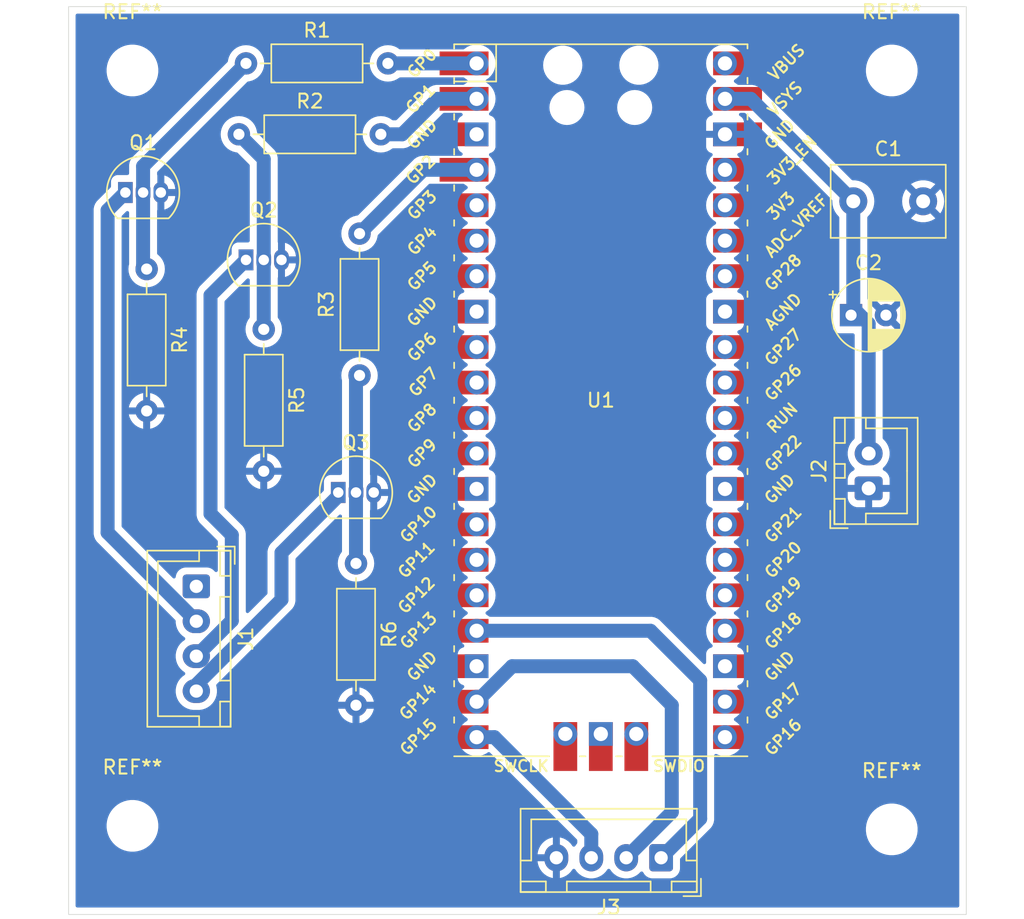
<source format=kicad_pcb>
(kicad_pcb (version 20240108) (generator "pcbnew") (generator_version "8.0")
  (title_block (title "RPico RGB Lamp") (date "2024-08-13") (rev "1.0.0") (company "Vlad Balmos"))
  (layers (0 "F.Cu" signal) (31 "B.Cu" signal) (34 "B.Paste" user) (35 "F.Paste" user) (36 "B.SilkS" user "B.Silkscreen") (37 "F.SilkS" user "F.Silkscreen") (38 "B.Mask" user) (39 "F.Mask" user) (44 "Edge.Cuts" user))
  (net 0 "")
  (net 1 "GND")
  (net 2 "+5V")
  (net 3 "+12V")
  (net 4 "Net-(Q1-G)")
  (net 5 "Net-(Q2-G)")
  (net 6 "Net-(Q3-G)")
  (net 7 "Net-(U1-GPIO0)")
  (net 8 "Net-(U1-GPIO1)")
  (net 9 "Net-(U1-GPIO2)")
  (net 52 "Net-(J1-G)")
  (net 58 "Net-(J1-R)")
  (net 73 "Net-(J1-B)")
  (net 83 "Net-(J3-DT)")
  (net 84 "Net-(J3-Switch)")
  (net 85 "Net-(J3-CLK)")
  (footprint "Package_TO_SOT_THT:TO-92_Inline" (layer "F.Cu") (at 57.011 67.168)
    (property "Reference" "Q3" (at 1.27 -3.56 360) (layer "F.SilkS"))
    (property "Value" "NMOS")
    (pad "1" thru_hole rect (at 0 0) (size 1.05 1.5) (drill 0.75) (layers "*.Cu" "*.Mask") (net 73 "Net-(J1-B)"))
    (pad "2" thru_hole oval (at 1.27 0) (size 1.05 1.5) (drill 0.75) (layers "*.Cu" "*.Mask") (net 6 "Net-(Q3-G)"))
    (pad "3" thru_hole oval (at 2.54 0) (size 1.05 1.5) (drill 0.75) (layers "*.Cu" "*.Mask") (net 1 "GND"))
  )
  (footprint "Capacitor_THT:C_Disc_D8.0mm_W5.0mm_P5.00mm" (layer "F.Cu") (at 93.881 46.311)
    (property "Reference" "C1" (at 2.5 -3.75 0) (layer "F.SilkS"))
    (property "Value" "100n")
    (pad "1" thru_hole circle (at 0 0) (size 2 2) (drill 1) (layers "*.Cu" "*.Mask") (net 2 "+5V"))
    (pad "2" thru_hole circle (at 5 0) (size 2 2) (drill 1) (layers "*.Cu" "*.Mask") (net 1 "GND"))
  )
  (footprint "Connector_JST:JST_XH_B4B-XH-A_1x04_P2.50mm_Vertical" (layer "F.Cu") (at 80.125 93.33 180)
    (property "Reference" "J3" (at 3.75 -3.55 360) (layer "F.SilkS"))
    (property "Value" "Rotary_Encoder_Connector")
    (pad "1" thru_hole roundrect (at 0 0 180) (size 1.7 1.95) (drill 0.95) (layers "*.Cu" "*.Mask") (roundrect_rratio 0.147059) (net 83 "Net-(J3-DT)"))
    (pad "2" thru_hole oval (at 2.5 0 180) (size 1.7 1.95) (drill 0.95) (layers "*.Cu" "*.Mask") (net 85 "Net-(J3-CLK)"))
    (pad "3" thru_hole oval (at 5 0 180) (size 1.7 1.95) (drill 0.95) (layers "*.Cu" "*.Mask") (net 84 "Net-(J3-Switch)"))
    (pad "4" thru_hole oval (at 7.5 0 180) (size 1.7 1.95) (drill 0.95) (layers "*.Cu" "*.Mask") (net 1 "GND"))
  )
  (footprint "Connector_JST:JST_XH_B2B-XH-A_1x02_P2.50mm_Vertical" (layer "F.Cu") (at 94.981 66.874 90)
    (property "Reference" "J2" (at 1.25 -3.55 90) (layer "F.SilkS"))
    (property "Value" "Conn_01x02_Socket")
    (pad "1" thru_hole roundrect (at 0 0 90) (size 1.7 2) (drill 1) (layers "*.Cu" "*.Mask") (roundrect_rratio 0.147059) (net 1 "GND"))
    (pad "2" thru_hole oval (at 2.5 0 90) (size 1.7 2) (drill 1) (layers "*.Cu" "*.Mask") (net 2 "+5V"))
  )
  (footprint "Resistor_THT:R_Axial_DIN0207_L6.3mm_D2.5mm_P10.16mm_Horizontal" (layer "F.Cu") (at 58.281 72.248 -90)
    (property "Reference" "R6" (at 5.08 -2.37 90) (layer "F.SilkS"))
    (property "Value" "10k")
    (pad "1" thru_hole circle (at 0 0 270) (size 1.6 1.6) (drill 0.8) (layers "*.Cu" "*.Mask") (net 6 "Net-(Q3-G)"))
    (pad "2" thru_hole oval (at 10.16 0 270) (size 1.6 1.6) (drill 0.8) (layers "*.Cu" "*.Mask") (net 1 "GND"))
  )
  (footprint "MountingHole:MountingHole_3.2mm_M3" (layer "F.Cu") (at 42.279 36.942)
    (property "Reference" "REF**" (at 0 -4.2 0) (layer "F.SilkS"))
    (property "Value" "MountingHole_3.2mm_M3")
    (pad "" np_thru_hole circle (at 0 0) (size 3.2 3.2) (drill 3.2) (layers "*.Cu" "*.Mask"))
  )
  (footprint "MCU_RaspberryPi_and_Boards:RPi_Pico_SMD_TH" (layer "F.Cu") (at 75.807 60.564)
    (property "Reference" "U1" (at 0 0 0) (layer "F.SilkS"))
    (property "Value" "Pico")
    (fp_text user "GP11" (at -13.2 11.43 45) (layer "F.SilkS") (effects (font (size 0.8 0.8))))
    (fp_text user "GND" (at -12.8 19.05 45) (layer "F.SilkS") (effects (font (size 0.8 0.8))))
    (fp_text user "GP0" (at -12.8 -24.13 45) (layer "F.SilkS") (effects (font (size 0.8 0.8))))
    (fp_text user "GP5" (at -12.8 -8.89 45) (layer "F.SilkS") (effects (font (size 0.8 0.8))))
    (fp_text user "ADC_VREF" (at 14 -12.5 45) (layer "F.SilkS") (effects (font (size 0.8 0.8))))
    (fp_text user "GND" (at -12.8 -6.35 45) (layer "F.SilkS") (effects (font (size 0.8 0.8))))
    (fp_text user "GP12" (at -13.2 13.97 45) (layer "F.SilkS") (effects (font (size 0.8 0.8))))
    (fp_text user "VBUS" (at 13.3 -24.2 45) (layer "F.SilkS") (effects (font (size 0.8 0.8))))
    (fp_text user "GP15" (at -13.054 24.13 45) (layer "F.SilkS") (effects (font (size 0.8 0.8))))
    (fp_text user "GP19" (at 13.054 13.97 45) (layer "F.SilkS") (effects (font (size 0.8 0.8))))
    (fp_text user "SWCLK" (at -5.7 26.2 0) (layer "F.SilkS") (effects (font (size 0.8 0.8))))
    (fp_text user "GND" (at 12.8 -19.05 45) (layer "F.SilkS") (effects (font (size 0.8 0.8))))
    (fp_text user "GP13" (at -13.054 16.51 45) (layer "F.SilkS") (effects (font (size 0.8 0.8))))
    (fp_text user "GP14" (at -13.1 21.59 45) (layer "F.SilkS") (effects (font (size 0.8 0.8))))
    (fp_text user "RUN" (at 13 1.27 45) (layer "F.SilkS") (effects (font (size 0.8 0.8))))
    (fp_text user "GP7" (at -12.7 -1.3 45) (layer "F.SilkS") (effects (font (size 0.8 0.8))))
    (fp_text user "GP3" (at -12.8 -13.97 45) (layer "F.SilkS") (effects (font (size 0.8 0.8))))
    (fp_text user "3V3" (at 12.9 -13.9 45) (layer "F.SilkS") (effects (font (size 0.8 0.8))))
    (fp_text user "GND" (at 12.8 19.05 45) (layer "F.SilkS") (effects (font (size 0.8 0.8))))
    (fp_text user "GND" (at 12.8 6.35 45) (layer "F.SilkS") (effects (font (size 0.8 0.8))))
    (fp_text user "3V3_EN" (at 13.7 -17.2 45) (layer "F.SilkS") (effects (font (size 0.8 0.8))))
    (fp_text user "GP8" (at -12.8 1.27 45) (layer "F.SilkS") (effects (font (size 0.8 0.8))))
    (fp_text user "GP20" (at 13.054 11.43 45) (layer "F.SilkS") (effects (font (size 0.8 0.8))))
    (fp_text user "GP6" (at -12.8 -3.81 45) (layer "F.SilkS") (effects (font (size 0.8 0.8))))
    (fp_text user "GP21" (at 13.054 8.9 45) (layer "F.SilkS") (effects (font (size 0.8 0.8))))
    (fp_text user "GP1" (at -12.9 -21.6 45) (layer "F.SilkS") (effects (font (size 0.8 0.8))))
    (fp_text user "GND" (at -12.8 6.35 45) (layer "F.SilkS") (effects (font (size 0.8 0.8))))
    (fp_text user "GP28" (at 13.054 -9.144 45) (layer "F.SilkS") (effects (font (size 0.8 0.8))))
    (fp_text user "GP9" (at -12.8 3.81 45) (layer "F.SilkS") (effects (font (size 0.8 0.8))))
    (fp_text user "GP16" (at 13.054 24.13 45) (layer "F.SilkS") (effects (font (size 0.8 0.8))))
    (fp_text user "GP18" (at 13.054 16.51 45) (layer "F.SilkS") (effects (font (size 0.8 0.8))))
    (fp_text user "GP2" (at -12.9 -16.51 45) (layer "F.SilkS") (effects (font (size 0.8 0.8))))
    (fp_text user "GP10" (at -13.054 8.89 45) (layer "F.SilkS") (effects (font (size 0.8 0.8))))
    (fp_text user "GP22" (at 13.054 3.81 45) (layer "F.SilkS") (effects (font (size 0.8 0.8))))
    (fp_text user "GND" (at -12.8 -19.05 45) (layer "F.SilkS") (effects (font (size 0.8 0.8))))
    (fp_text user "GP27" (at 13.054 -3.8 45) (layer "F.SilkS") (effects (font (size 0.8 0.8))))
    (fp_text user "SWDIO" (at 5.6 26.2 0) (layer "F.SilkS") (effects (font (size 0.8 0.8))))
    (fp_text user "GP4" (at -12.8 -11.43 45) (layer "F.SilkS") (effects (font (size 0.8 0.8))))
    (fp_text user "VSYS" (at 13.2 -21.59 45) (layer "F.SilkS") (effects (font (size 0.8 0.8))))
    (fp_text user "GP17" (at 13.054 21.59 45) (layer "F.SilkS") (effects (font (size 0.8 0.8))))
    (fp_text user "AGND" (at 13.054 -6.35 45) (layer "F.SilkS") (effects (font (size 0.8 0.8))))
    (fp_text user "GP26" (at 13.054 -1.27 45) (layer "F.SilkS") (effects (font (size 0.8 0.8))))
    (pad "" np_thru_hole oval (at -2.725 -24) (size 1.8 1.8) (drill 1.8) (layers "*.Cu" "*.Mask"))
    (pad "" np_thru_hole oval (at -2.425 -20.97) (size 1.5 1.5) (drill 1.5) (layers "*.Cu" "*.Mask"))
    (pad "" np_thru_hole oval (at 2.425 -20.97) (size 1.5 1.5) (drill 1.5) (layers "*.Cu" "*.Mask"))
    (pad "" np_thru_hole oval (at 2.725 -24) (size 1.8 1.8) (drill 1.8) (layers "*.Cu" "*.Mask"))
    (pad "1" thru_hole oval (at -8.89 -24.13) (size 1.7 1.7) (drill 1.02) (layers "*.Cu" "*.Mask") (net 7 "Net-(U1-GPIO0)"))
    (pad "1" smd rect (at -8.89 -24.13) (size 3.5 1.7) (drill (offset -0.9 0)) (layers "F.Cu" "F.Mask") (net 7 "Net-(U1-GPIO0)"))
    (pad "2" thru_hole oval (at -8.89 -21.59) (size 1.7 1.7) (drill 1.02) (layers "*.Cu" "*.Mask") (net 8 "Net-(U1-GPIO1)"))
    (pad "2" smd rect (at -8.89 -21.59) (size 3.5 1.7) (drill (offset -0.9 0)) (layers "F.Cu" "F.Mask") (net 8 "Net-(U1-GPIO1)"))
    (pad "3" thru_hole rect (at -8.89 -19.05) (size 1.7 1.7) (drill 1.02) (layers "*.Cu" "*.Mask"))
    (pad "3" smd rect (at -8.89 -19.05) (size 3.5 1.7) (drill (offset -0.9 0)) (layers "F.Cu" "F.Mask"))
    (pad "4" thru_hole oval (at -8.89 -16.51) (size 1.7 1.7) (drill 1.02) (layers "*.Cu" "*.Mask") (net 9 "Net-(U1-GPIO2)"))
    (pad "4" smd rect (at -8.89 -16.51) (size 3.5 1.7) (drill (offset -0.9 0)) (layers "F.Cu" "F.Mask") (net 9 "Net-(U1-GPIO2)"))
    (pad "5" thru_hole oval (at -8.89 -13.97) (size 1.7 1.7) (drill 1.02) (layers "*.Cu" "*.Mask"))
    (pad "5" smd rect (at -8.89 -13.97) (size 3.5 1.7) (drill (offset -0.9 0)) (layers "F.Cu" "F.Mask"))
    (pad "6" thru_hole oval (at -8.89 -11.43) (size 1.7 1.7) (drill 1.02) (layers "*.Cu" "*.Mask"))
    (pad "6" smd rect (at -8.89 -11.43) (size 3.5 1.7) (drill (offset -0.9 0)) (layers "F.Cu" "F.Mask"))
    (pad "7" thru_hole oval (at -8.89 -8.89) (size 1.7 1.7) (drill 1.02) (layers "*.Cu" "*.Mask"))
    (pad "7" smd rect (at -8.89 -8.89) (size 3.5 1.7) (drill (offset -0.9 0)) (layers "F.Cu" "F.Mask"))
    (pad "8" thru_hole rect (at -8.89 -6.35) (size 1.7 1.7) (drill 1.02) (layers "*.Cu" "*.Mask"))
    (pad "8" smd rect (at -8.89 -6.35) (size 3.5 1.7) (drill (offset -0.9 0)) (layers "F.Cu" "F.Mask"))
    (pad "9" thru_hole oval (at -8.89 -3.81) (size 1.7 1.7) (drill 1.02) (layers "*.Cu" "*.Mask"))
    (pad "9" smd rect (at -8.89 -3.81) (size 3.5 1.7) (drill (offset -0.9 0)) (layers "F.Cu" "F.Mask"))
    (pad "10" thru_hole oval (at -8.89 -1.27) (size 1.7 1.7) (drill 1.02) (layers "*.Cu" "*.Mask"))
    (pad "10" smd rect (at -8.89 -1.27) (size 3.5 1.7) (drill (offset -0.9 0)) (layers "F.Cu" "F.Mask"))
    (pad "11" thru_hole oval (at -8.89 1.27) (size 1.7 1.7) (drill 1.02) (layers "*.Cu" "*.Mask"))
    (pad "11" smd rect (at -8.89 1.27) (size 3.5 1.7) (drill (offset -0.9 0)) (layers "F.Cu" "F.Mask"))
    (pad "12" thru_hole oval (at -8.89 3.81) (size 1.7 1.7) (drill 1.02) (layers "*.Cu" "*.Mask"))
    (pad "12" smd rect (at -8.89 3.81) (size 3.5 1.7) (drill (offset -0.9 0)) (layers "F.Cu" "F.Mask"))
    (pad "13" thru_hole rect (at -8.89 6.35) (size 1.7 1.7) (drill 1.02) (layers "*.Cu" "*.Mask"))
    (pad "13" smd rect (at -8.89 6.35) (size 3.5 1.7) (drill (offset -0.9 0)) (layers "F.Cu" "F.Mask"))
    (pad "14" thru_hole oval (at -8.89 8.89) (size 1.7 1.7) (drill 1.02) (layers "*.Cu" "*.Mask"))
    (pad "14" smd rect (at -8.89 8.89) (size 3.5 1.7) (drill (offset -0.9 0)) (layers "F.Cu" "F.Mask"))
    (pad "15" thru_hole oval (at -8.89 11.43) (size 1.7 1.7) (drill 1.02) (layers "*.Cu" "*.Mask"))
    (pad "15" smd rect (at -8.89 11.43) (size 3.5 1.7) (drill (offset -0.9 0)) (layers "F.Cu" "F.Mask"))
    (pad "16" thru_hole oval (at -8.89 13.97) (size 1.7 1.7) (drill 1.02) (layers "*.Cu" "*.Mask"))
    (pad "16" smd rect (at -8.89 13.97) (size 3.5 1.7) (drill (offset -0.9 0)) (layers "F.Cu" "F.Mask"))
    (pad "17" thru_hole oval (at -8.89 16.51) (size 1.7 1.7) (drill 1.02) (layers "*.Cu" "*.Mask") (net 83 "Net-(J3-DT)"))
    (pad "17" smd rect (at -8.89 16.51) (size 3.5 1.7) (drill (offset -0.9 0)) (layers "F.Cu" "F.Mask") (net 83 "Net-(J3-DT)"))
    (pad "18" thru_hole rect (at -8.89 19.05) (size 1.7 1.7) (drill 1.02) (layers "*.Cu" "*.Mask"))
    (pad "18" smd rect (at -8.89 19.05) (size 3.5 1.7) (drill (offset -0.9 0)) (layers "F.Cu" "F.Mask"))
    (pad "19" thru_hole oval (at -8.89 21.59) (size 1.7 1.7) (drill 1.02) (layers "*.Cu" "*.Mask") (net 85 "Net-(J3-CLK)"))
    (pad "19" smd rect (at -8.89 21.59) (size 3.5 1.7) (drill (offset -0.9 0)) (layers "F.Cu" "F.Mask") (net 85 "Net-(J3-CLK)"))
    (pad "20" thru_hole oval (at -8.89 24.13) (size 1.7 1.7) (drill 1.02) (layers "*.Cu" "*.Mask") (net 84 "Net-(J3-Switch)"))
    (pad "20" smd rect (at -8.89 24.13) (size 3.5 1.7) (drill (offset -0.9 0)) (layers "F.Cu" "F.Mask") (net 84 "Net-(J3-Switch)"))
    (pad "21" thru_hole oval (at 8.89 24.13) (size 1.7 1.7) (drill 1.02) (layers "*.Cu" "*.Mask"))
    (pad "21" smd rect (at 8.89 24.13) (size 3.5 1.7) (drill (offset 0.9 0)) (layers "F.Cu" "F.Mask"))
    (pad "22" thru_hole oval (at 8.89 21.59) (size 1.7 1.7) (drill 1.02) (layers "*.Cu" "*.Mask"))
    (pad "22" smd rect (at 8.89 21.59) (size 3.5 1.7) (drill (offset 0.9 0)) (layers "F.Cu" "F.Mask"))
    (pad "23" thru_hole rect (at 8.89 19.05) (size 1.7 1.7) (drill 1.02) (layers "*.Cu" "*.Mask"))
    (pad "23" smd rect (at 8.89 19.05) (size 3.5 1.7) (drill (offset 0.9 0)) (layers "F.Cu" "F.Mask"))
    (pad "24" thru_hole oval (at 8.89 16.51) (size 1.7 1.7) (drill 1.02) (layers "*.Cu" "*.Mask"))
    (pad "24" smd rect (at 8.89 16.51) (size 3.5 1.7) (drill (offset 0.9 0)) (layers "F.Cu" "F.Mask"))
    (pad "25" thru_hole oval (at 8.89 13.97) (size 1.7 1.7) (drill 1.02) (layers "*.Cu" "*.Mask"))
    (pad "25" smd rect (at 8.89 13.97) (size 3.5 1.7) (drill (offset 0.9 0)) (layers "F.Cu" "F.Mask"))
    (pad "26" thru_hole oval (at 8.89 11.43) (size 1.7 1.7) (drill 1.02) (layers "*.Cu" "*.Mask"))
    (pad "26" smd rect (at 8.89 11.43) (size 3.5 1.7) (drill (offset 0.9 0)) (layers "F.Cu" "F.Mask"))
    (pad "27" thru_hole oval (at 8.89 8.89) (size 1.7 1.7) (drill 1.02) (layers "*.Cu" "*.Mask"))
    (pad "27" smd rect (at 8.89 8.89) (size 3.5 1.7) (drill (offset 0.9 0)) (layers "F.Cu" "F.Mask"))
    (pad "28" thru_hole rect (at 8.89 6.35) (size 1.7 1.7) (drill 1.02) (layers "*.Cu" "*.Mask"))
    (pad "28" smd rect (at 8.89 6.35) (size 3.5 1.7) (drill (offset 0.9 0)) (layers "F.Cu" "F.Mask"))
    (pad "29" thru_hole oval (at 8.89 3.81) (size 1.7 1.7) (drill 1.02) (layers "*.Cu" "*.Mask"))
    (pad "29" smd rect (at 8.89 3.81) (size 3.5 1.7) (drill (offset 0.9 0)) (layers "F.Cu" "F.Mask"))
    (pad "30" thru_hole oval (at 8.89 1.27) (size 1.7 1.7) (drill 1.02) (layers "*.Cu" "*.Mask"))
    (pad "30" smd rect (at 8.89 1.27) (size 3.5 1.7) (drill (offset 0.9 0)) (layers "F.Cu" "F.Mask"))
    (pad "31" thru_hole oval (at 8.89 -1.27) (size 1.7 1.7) (drill 1.02) (layers "*.Cu" "*.Mask"))
    (pad "31" smd rect (at 8.89 -1.27) (size 3.5 1.7) (drill (offset 0.9 0)) (layers "F.Cu" "F.Mask"))
    (pad "32" thru_hole oval (at 8.89 -3.81) (size 1.7 1.7) (drill 1.02) (layers "*.Cu" "*.Mask"))
    (pad "32" smd rect (at 8.89 -3.81) (size 3.5 1.7) (drill (offset 0.9 0)) (layers "F.Cu" "F.Mask"))
    (pad "33" thru_hole rect (at 8.89 -6.35) (size 1.7 1.7) (drill 1.02) (layers "*.Cu" "*.Mask"))
    (pad "33" smd rect (at 8.89 -6.35) (size 3.5 1.7) (drill (offset 0.9 0)) (layers "F.Cu" "F.Mask"))
    (pad "34" thru_hole oval (at 8.89 -8.89) (size 1.7 1.7) (drill 1.02) (layers "*.Cu" "*.Mask"))
    (pad "34" smd rect (at 8.89 -8.89) (size 3.5 1.7) (drill (offset 0.9 0)) (layers "F.Cu" "F.Mask"))
    (pad "35" thru_hole oval (at 8.89 -11.43) (size 1.7 1.7) (drill 1.02) (layers "*.Cu" "*.Mask"))
    (pad "35" smd rect (at 8.89 -11.43) (size 3.5 1.7) (drill (offset 0.9 0)) (layers "F.Cu" "F.Mask"))
    (pad "36" thru_hole oval (at 8.89 -13.97) (size 1.7 1.7) (drill 1.02) (layers "*.Cu" "*.Mask"))
    (pad "36" smd rect (at 8.89 -13.97) (size 3.5 1.7) (drill (offset 0.9 0)) (layers "F.Cu" "F.Mask"))
    (pad "37" thru_hole oval (at 8.89 -16.51) (size 1.7 1.7) (drill 1.02) (layers "*.Cu" "*.Mask"))
    (pad "37" smd rect (at 8.89 -16.51) (size 3.5 1.7) (drill (offset 0.9 0)) (layers "F.Cu" "F.Mask"))
    (pad "38" thru_hole rect (at 8.89 -19.05) (size 1.7 1.7) (drill 1.02) (layers "*.Cu" "*.Mask") (net 1 "GND"))
    (pad "38" smd rect (at 8.89 -19.05) (size 3.5 1.7) (drill (offset 0.9 0)) (layers "F.Cu" "F.Mask") (net 1 "GND"))
    (pad "39" thru_hole oval (at 8.89 -21.59) (size 1.7 1.7) (drill 1.02) (layers "*.Cu" "*.Mask") (net 2 "+5V"))
    (pad "39" smd rect (at 8.89 -21.59) (size 3.5 1.7) (drill (offset 0.9 0)) (layers "F.Cu" "F.Mask") (net 2 "+5V"))
    (pad "40" thru_hole oval (at 8.89 -24.13) (size 1.7 1.7) (drill 1.02) (layers "*.Cu" "*.Mask"))
    (pad "40" smd rect (at 8.89 -24.13) (size 3.5 1.7) (drill (offset 0.9 0)) (layers "F.Cu" "F.Mask"))
    (pad "41" thru_hole oval (at -2.54 23.9) (size 1.7 1.7) (drill 1.02) (layers "*.Cu" "*.Mask"))
    (pad "41" smd rect (at -2.54 23.9 90) (size 3.5 1.7) (drill (offset -0.9 0)) (layers "F.Cu" "F.Mask"))
    (pad "42" thru_hole rect (at 0 23.9) (size 1.7 1.7) (drill 1.02) (layers "*.Cu" "*.Mask"))
    (pad "42" smd rect (at 0 23.9 90) (size 3.5 1.7) (drill (offset -0.9 0)) (layers "F.Cu" "F.Mask"))
    (pad "43" thru_hole oval (at 2.54 23.9) (size 1.7 1.7) (drill 1.02) (layers "*.Cu" "*.Mask"))
    (pad "43" smd rect (at 2.54 23.9 90) (size 3.5 1.7) (drill (offset -0.9 0)) (layers "F.Cu" "F.Mask"))
  )
  (footprint "MountingHole:MountingHole_3.2mm_M3" (layer "F.Cu") (at 96.635 91.298)
    (property "Reference" "REF**" (at 0 -4.2 0) (layer "F.SilkS"))
    (property "Value" "MountingHole_3.2mm_M3")
    (pad "" np_thru_hole circle (at 0 0) (size 3.2 3.2) (drill 3.2) (layers "F&B.Cu" "*.Mask"))
  )
  (footprint "Resistor_THT:R_Axial_DIN0207_L6.3mm_D2.5mm_P10.16mm_Horizontal" (layer "F.Cu") (at 43.295 51.166 -90)
    (property "Reference" "R4" (at 5.08 -2.37 90) (layer "F.SilkS"))
    (property "Value" "10k")
    (pad "1" thru_hole circle (at 0 0 270) (size 1.6 1.6) (drill 0.8) (layers "*.Cu" "*.Mask") (net 4 "Net-(Q1-G)"))
    (pad "2" thru_hole oval (at 10.16 0 270) (size 1.6 1.6) (drill 0.8) (layers "*.Cu" "*.Mask") (net 1 "GND"))
  )
  (footprint "Resistor_THT:R_Axial_DIN0207_L6.3mm_D2.5mm_P10.16mm_Horizontal" (layer "F.Cu") (at 50.407 36.434)
    (property "Reference" "R1" (at 5.08 -2.37 360) (layer "F.SilkS"))
    (property "Value" "220")
    (pad "1" thru_hole circle (at 0 0) (size 1.6 1.6) (drill 0.8) (layers "*.Cu" "*.Mask") (net 4 "Net-(Q1-G)"))
    (pad "2" thru_hole oval (at 10.16 0) (size 1.6 1.6) (drill 0.8) (layers "*.Cu" "*.Mask") (net 7 "Net-(U1-GPIO0)"))
  )
  (footprint "Resistor_THT:R_Axial_DIN0207_L6.3mm_D2.5mm_P10.16mm_Horizontal" (layer "F.Cu") (at 58.535 58.786 90)
    (property "Reference" "R3" (at 5.08 -2.37 90) (layer "F.SilkS"))
    (property "Value" "220")
    (pad "1" thru_hole circle (at 0 0 90) (size 1.6 1.6) (drill 0.8) (layers "*.Cu" "*.Mask") (net 6 "Net-(Q3-G)"))
    (pad "2" thru_hole oval (at 10.16 0 90) (size 1.6 1.6) (drill 0.8) (layers "*.Cu" "*.Mask") (net 9 "Net-(U1-GPIO2)"))
  )
  (footprint "Resistor_THT:R_Axial_DIN0207_L6.3mm_D2.5mm_P10.16mm_Horizontal" (layer "F.Cu") (at 51.677 55.484 -90)
    (property "Reference" "R5" (at 5.08 -2.37 90) (layer "F.SilkS"))
    (property "Value" "10k")
    (pad "1" thru_hole circle (at 0 0 270) (size 1.6 1.6) (drill 0.8) (layers "*.Cu" "*.Mask") (net 5 "Net-(Q2-G)"))
    (pad "2" thru_hole oval (at 10.16 0 270) (size 1.6 1.6) (drill 0.8) (layers "*.Cu" "*.Mask") (net 1 "GND"))
  )
  (footprint "Package_TO_SOT_THT:TO-92_Inline" (layer "F.Cu") (at 50.407 50.51)
    (property "Reference" "Q2" (at 1.27 -3.56 360) (layer "F.SilkS"))
    (property "Value" "NMOS")
    (pad "1" thru_hole rect (at 0 0) (size 1.05 1.5) (drill 0.75) (layers "*.Cu" "*.Mask") (net 52 "Net-(J1-G)"))
    (pad "2" thru_hole oval (at 1.27 0) (size 1.05 1.5) (drill 0.75) (layers "*.Cu" "*.Mask") (net 5 "Net-(Q2-G)"))
    (pad "3" thru_hole oval (at 2.54 0) (size 1.05 1.5) (drill 0.75) (layers "*.Cu" "*.Mask") (net 1 "GND"))
  )
  (footprint "MountingHole:MountingHole_3.2mm_M3" (layer "F.Cu") (at 96.635 36.942)
    (property "Reference" "REF**" (at 0 -4.2 0) (layer "F.SilkS"))
    (property "Value" "MountingHole_3.2mm_M3")
    (pad "" np_thru_hole circle (at 0 0) (size 3.2 3.2) (drill 3.2) (layers "F&B.Cu" "*.Mask"))
  )
  (footprint "Connector_JST:JST_XH_B4B-XH-A_1x04_P2.50mm_Vertical" (layer "F.Cu") (at 46.851 73.892 -90)
    (property "Reference" "J1" (at 3.75 -3.55 90) (layer "F.SilkS"))
    (property "Value" "RGB_Strip_Connector")
    (pad "1" thru_hole roundrect (at 0 0 270) (size 1.7 1.95) (drill 0.95) (layers "*.Cu" "*.Mask") (roundrect_rratio 0.147059) (net 3 "+12V"))
    (pad "2" thru_hole oval (at 2.5 0 270) (size 1.7 1.95) (drill 0.95) (layers "*.Cu" "*.Mask") (net 58 "Net-(J1-R)"))
    (pad "3" thru_hole oval (at 5 0 270) (size 1.7 1.95) (drill 0.95) (layers "*.Cu" "*.Mask") (net 52 "Net-(J1-G)"))
    (pad "4" thru_hole oval (at 7.5 0 270) (size 1.7 1.95) (drill 0.95) (layers "*.Cu" "*.Mask") (net 73 "Net-(J1-B)"))
  )
  (footprint "Package_TO_SOT_THT:TO-92_Inline" (layer "F.Cu") (at 41.771 45.684)
    (property "Reference" "Q1" (at 1.27 -3.56 360) (layer "F.SilkS"))
    (property "Value" "NMOS")
    (pad "1" thru_hole rect (at 0 0) (size 1.05 1.5) (drill 0.75) (layers "*.Cu" "*.Mask") (net 58 "Net-(J1-R)"))
    (pad "2" thru_hole oval (at 1.27 0) (size 1.05 1.5) (drill 0.75) (layers "*.Cu" "*.Mask") (net 4 "Net-(Q1-G)"))
    (pad "3" thru_hole oval (at 2.54 0) (size 1.05 1.5) (drill 0.75) (layers "*.Cu" "*.Mask") (net 1 "GND"))
  )
  (footprint "Resistor_THT:R_Axial_DIN0207_L6.3mm_D2.5mm_P10.16mm_Horizontal" (layer "F.Cu") (at 49.899 41.514)
    (property "Reference" "R2" (at 5.08 -2.37 360) (layer "F.SilkS"))
    (property "Value" "220")
    (pad "1" thru_hole circle (at 0 0) (size 1.6 1.6) (drill 0.8) (layers "*.Cu" "*.Mask") (net 5 "Net-(Q2-G)"))
    (pad "2" thru_hole oval (at 10.16 0) (size 1.6 1.6) (drill 0.8) (layers "*.Cu" "*.Mask") (net 8 "Net-(U1-GPIO1)"))
  )
  (footprint "Capacitor_THT:CP_Radial_D5.0mm_P2.50mm" (layer "F.Cu") (at 93.720775 54.468)
    (property "Reference" "C2" (at 1.25 -3.75 0) (layer "F.SilkS"))
    (property "Value" "100u")
    (pad "1" thru_hole rect (at 0 0) (size 1.6 1.6) (drill 0.8) (layers "*.Cu" "*.Mask") (net 2 "+5V"))
    (pad "2" thru_hole circle (at 2.5 0) (size 1.6 1.6) (drill 0.8) (layers "*.Cu" "*.Mask") (net 1 "GND"))
  )
  (footprint "MountingHole:MountingHole_3.2mm_M3" (layer "F.Cu") (at 42.279 91.044)
    (property "Reference" "REF**" (at 0 -4.2 0) (layer "F.SilkS"))
    (property "Value" "MountingHole_3.2mm_M3")
    (pad "" np_thru_hole circle (at 0 0) (size 3.2 3.2) (drill 3.2) (layers "F&B.Cu" "*.Mask"))
  )
  (gr_rect (start 37.707 32.37) (end 101.969 97.394) (stroke (width 0.05)) (fill none) (layer "Edge.Cuts"))
  (segment (start 93.881 53.980845) (end 93.881 46.311) (width 1) (layer "B.Cu") (net 2))
  (segment (start 93.881 46.311) (end 86.544 38.974) (width 1) (layer "B.Cu") (net 2))
  (segment (start 86.544 38.974) (end 84.697 38.974) (width 1) (layer "B.Cu") (net 2))
  (segment (start 94.981 64.374) (end 94.981 55.080845) (width 1) (layer "B.Cu") (net 2))
  (segment (start 94.981 55.080845) (end 93.881 53.980845) (width 1) (layer "B.Cu") (net 2))
  (segment (start 50.407 36.434) (end 43.041 43.8) (width 1) (layer "B.Cu") (net 4))
  (segment (start 43.041 43.8) (end 43.041 45.684) (width 1) (layer "B.Cu") (net 4))
  (segment (start 43.295 51.166) (end 43.041 50.912) (width 1) (layer "B.Cu") (net 4))
  (segment (start 43.041 50.912) (end 43.041 45.684) (width 1) (layer "B.Cu") (net 4))
  (segment (start 49.899 41.514) (end 51.677 43.292) (width 1) (layer "B.Cu") (net 5))
  (segment (start 51.677 43.292) (end 51.677 50.51) (width 1) (layer "B.Cu") (net 5))
  (segment (start 51.677 55.484) (end 51.677 50.51) (width 1) (layer "B.Cu") (net 5))
  (segment (start 58.281 59.04) (end 58.281 67.168) (width 1) (layer "B.Cu") (net 6))
  (segment (start 58.535 58.786) (end 58.281 59.04) (width 1) (layer "B.Cu") (net 6))
  (segment (start 58.281 72.248) (end 58.281 67.168) (width 1) (layer "B.Cu") (net 6))
  (segment (start 60.567 36.434) (end 66.917 36.434) (width 1) (layer "B.Cu") (net 7))
  (segment (start 61.583 41.514) (end 64.123 38.974) (width 1) (layer "B.Cu") (net 8))
  (segment (start 60.059 41.514) (end 61.583 41.514) (width 1) (layer "B.Cu") (net 8))
  (segment (start 64.123 38.974) (end 66.917 38.974) (width 1) (layer "B.Cu") (net 8))
  (segment (start 66.917 44.054) (end 63.107 44.054) (width 1) (layer "B.Cu") (net 9))
  (segment (start 63.107 44.054) (end 58.535 48.626) (width 1) (layer "B.Cu") (net 9))
  (segment (start 49.391 76.352) (end 49.391 70.216) (width 1) (layer "B.Cu") (net 52))
  (segment (start 49.391 70.216) (end 47.867 68.692) (width 1) (layer "B.Cu") (net 52))
  (segment (start 47.867 68.692) (end 47.867 53.05) (width 1) (layer "B.Cu") (net 52))
  (segment (start 46.851 78.892) (end 49.391 76.352) (width 1) (layer "B.Cu") (net 52))
  (segment (start 47.867 53.05) (end 50.407 50.51) (width 1) (layer "B.Cu") (net 52))
  (segment (start 46.851 76.392) (end 40.501 70.042) (width 1) (layer "B.Cu") (net 58))
  (segment (start 40.501 46.954) (end 41.771 45.684) (width 1) (layer "B.Cu") (net 58))
  (segment (start 40.501 70.042) (end 40.501 46.954) (width 1) (layer "B.Cu") (net 58))
  (segment (start 52.947 74.84433) (end 52.947 71.486) (width 1) (layer "B.Cu") (net 73))
  (segment (start 46.851 80.94033) (end 52.947 74.84433) (width 1) (layer "B.Cu") (net 73))
  (segment (start 57.011 67.422) (end 57.011 67.168) (width 1) (layer "B.Cu") (net 73))
  (segment (start 52.947 71.486) (end 57.011 67.422) (width 1) (layer "B.Cu") (net 73))
  (segment (start 46.851 81.392) (end 46.851 80.94033) (width 1) (layer "B.Cu") (net 73))
  (segment (start 82.919 80.63) (end 79.363 77.074) (width 1) (layer "B.Cu") (net 83))
  (segment (start 82.919 90.536) (end 82.919 80.63) (width 1) (layer "B.Cu") (net 83))
  (segment (start 80.125 93.33) (end 82.919 90.536) (width 1) (layer "B.Cu") (net 83))
  (segment (start 79.363 77.074) (end 66.917 77.074) (width 1) (layer "B.Cu") (net 83))
  (segment (start 75.125 93.33) (end 75.125 91.632) (width 1) (layer "B.Cu") (net 84))
  (segment (start 75.125 91.632) (end 68.187 84.694) (width 1) (layer "B.Cu") (net 84))
  (segment (start 68.187 84.694) (end 66.917 84.694) (width 1) (layer "B.Cu") (net 84))
  (segment (start 77.625 93.33) (end 80.887 90.068) (width 1) (layer "B.Cu") (net 85))
  (segment (start 80.887 90.068) (end 80.887 82.408) (width 1) (layer "B.Cu") (net 85))
  (segment (start 78.093 79.614) (end 69.457 79.614) (width 1) (layer "B.Cu") (net 85))
  (segment (start 80.887 82.408) (end 78.093 79.614) (width 1) (layer "B.Cu") (net 85))
  (segment (start 69.457 79.614) (end 66.917 82.154) (width 1) (layer "B.Cu") (net 85))
  (zone (net 1) (net_name "GND") (layer "B.Cu") (connect_pads (clearance 0.5)) (min_thickness 0.25) (fill yes (thermal_gap 0.5) (thermal_bridge_width 0.5))
    (polygon (pts (xy 37.707 32.37) (xy 101.969 32.37) (xy 101.969 97.394) (xy 37.707 97.394)))
  )
)
</source>
